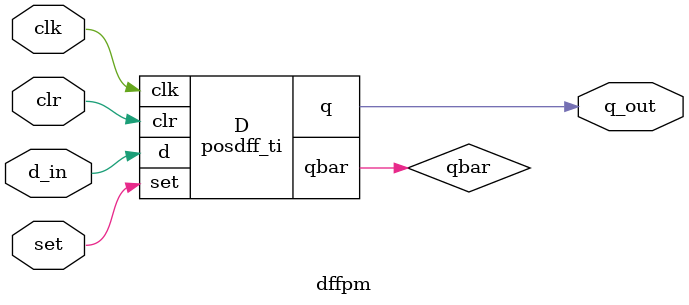
<source format=v>
module clock(                   
    output reg clk
);
    initial
    clk=0;
    always  begin
    #5 clk=~clk;   
    end  
endmodule

module s_r_latch(
    input s,r,
    output q,qbar
);
    nand    n1(q,qbar,s),
       n2(qbar,q,r);
endmodule

module dlatch(
    input d,e,
    output q,qbar
);
    wire [2:0] t;
    nand    n1(t[0],d,e),
           n2(t[1],d),
           n3(t[2],t[1],e);
    s_r_latch sr1(t[0],t[2],q,qbar);
endmodule

module posdff_ti(                      
    input d,clk,set,clr,
    output q,qbar
);
    wire[3:0] t;
    nand  n1(t[0],set,t[1],t[3]),
            n2(t[1],clr,t[0],clk),
            n3(t[2],clk,t[1],t[3]),
            n4(t[3],clr,t[2],d),
            n5(q,set,t[1],qbar),
            n6(qbar,clr,t[2],q);
endmodule

module dffdm (
    input d_in,clk,set,clr,rd,rd_latch,sel,
    output q_out,q_vis                                  //q_vis to make contents visible for user
);  
    wire d,qbar;
    wire[6:1] t;
    and a2(t[1],sel,rd);            //read enable- wr enable in regs
    not n1(t[2],sel);
    or  o1(t[3],t[2],set),
        o2(t[4],t[2],clr);
    tristate  g2(q_vis,t[5],q_out);
    dlatch readlatch(t[1],rd_latch,t[5],t[6]);          // to read, set add,set rd,setrd_latch; remove rd_latch; do all ops
    posdff_ti D(d_in,clk,t[3],t[4],q_vis,qbar);         // set rd_latch, remove rd;remove rd_latch
endmodule

module dffpm (
    input d_in,clk,set,clr,
    output q_out
);
    wire qbar;
    posdff_ti D(d_in,clk,set,clr,q_out,qbar);
endmodule


</source>
